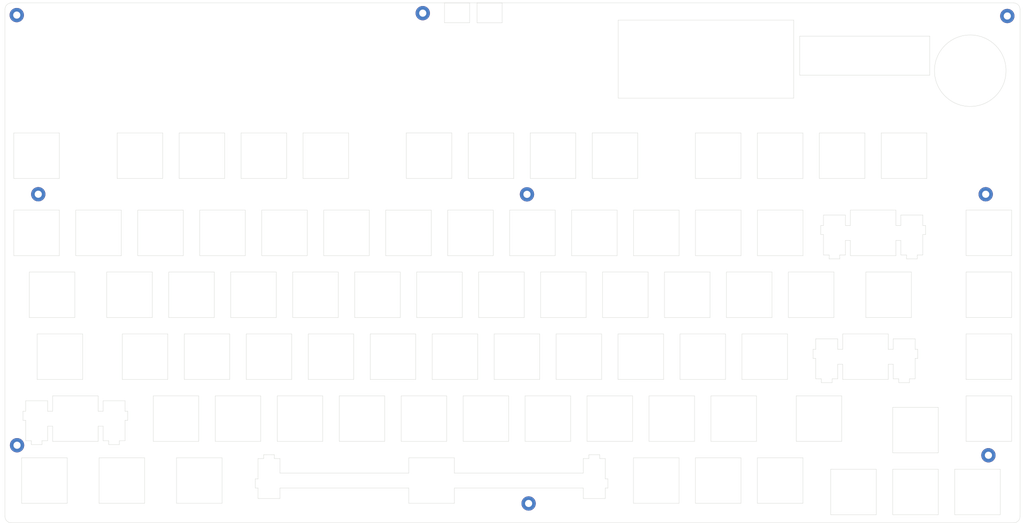
<source format=kicad_pcb>
(kicad_pcb (version 20211014) (generator pcbnew)
  (layers (0 "F.Cu" signal) (31 "B.Cu" signal) (34 "B.Paste" user) (35 "F.Paste" user) (36 "B.SilkS" user "B.Silkscreen") (37 "F.SilkS" user "F.Silkscreen") (38 "B.Mask" user) (39 "F.Mask" user) (44 "Edge.Cuts" user))
  (net 0 "")
  (footprint "MountingHole:MountingHole_2.2mm_M2_Pad" (layer "F.Cu") (at 358.005002 30.639215)
    (fp_text reference "H9")
    (fp_text value "MountingHole")
    (pad "1" thru_hole circle locked (at 0 0) (size 4.4 4.4) (drill 2.2) (layers *.Cu *.Mask))
  )
  (footprint "MountingHole:MountingHole_2.2mm_M2_Pad" (layer "F.Cu") (at 178.3 29.765)
    (fp_text reference "H9")
    (fp_text value "MountingHole")
    (pad "1" thru_hole circle locked (at 0 0) (size 4.4 4.4) (drill 2.2) (layers *.Cu *.Mask))
  )
  (footprint "MountingHole:MountingHole_2.2mm_M2_Pad" (layer "F.Cu") (at 210.340002 85.52)
    (fp_text reference "H9")
    (fp_text value "MountingHole")
    (pad "1" thru_hole circle locked (at 0 0) (size 4.4 4.4) (drill 2.2) (layers *.Cu *.Mask))
  )
  (footprint "MountingHole:MountingHole_2.2mm_M2_Pad" (layer "F.Cu") (at 53.48 30.359215)
    (fp_text reference "H9")
    (fp_text value "MountingHole")
    (pad "1" thru_hole circle locked (at 0 0) (size 4.4 4.4) (drill 2.2) (layers *.Cu *.Mask))
  )
  (footprint "MountingHole:MountingHole_2.2mm_M2_Pad" (layer "F.Cu") (at 352.2 165.815)
    (fp_text reference "H9")
    (fp_text value "MountingHole")
    (pad "1" thru_hole circle locked (at 0 0) (size 4.4 4.4) (drill 2.2) (layers *.Cu *.Mask))
  )
  (footprint "MountingHole:MountingHole_2.2mm_M2_Pad" (layer "F.Cu") (at 60.095 85.485)
    (fp_text reference "H9")
    (fp_text value "MountingHole")
    (pad "1" thru_hole circle locked (at 0 0) (size 4.4 4.4) (drill 2.2) (layers *.Cu *.Mask))
  )
  (footprint "MountingHole:MountingHole_2.2mm_M2_Pad" (layer "F.Cu") (at 351.365 85.494215)
    (fp_text reference "H9")
    (fp_text value "MountingHole")
    (pad "1" thru_hole circle locked (at 0 0) (size 4.4 4.4) (drill 2.2) (layers *.Cu *.Mask))
  )
  (footprint "MountingHole:MountingHole_2.2mm_M2_Pad" (layer "F.Cu") (at 210.84 180.645)
    (fp_text reference "H9")
    (fp_text value "MountingHole")
    (pad "1" thru_hole circle locked (at 0 0) (size 4.4 4.4) (drill 2.2) (layers *.Cu *.Mask))
  )
  (footprint "MountingHole:MountingHole_2.2mm_M2_Pad" (layer "F.Cu") (at 53.57 162.73)
    (fp_text reference "H9")
    (fp_text value "MountingHole")
    (pad "1" thru_hole circle locked (at 0 0) (size 4.4 4.4) (drill 2.2) (layers *.Cu *.Mask))
  )
  (gr_line (start 301.496001 97.8948) (end 301.496001 104.1648) (layer "Edge.Cuts") (width 0.1))
  (gr_line (start 71.355 123.45) (end 71.355 109.45) (layer "Edge.Cuts") (width 0.1))
  (gr_line (start 78.78 180.6) (end 92.78 180.6) (layer "Edge.Cuts") (width 0.1))
  (gr_line (start 61.245001 161.3198) (end 62.971001 161.3198) (layer "Edge.Cuts") (width 0.1))
  (gr_line (start 128.5 161.545) (end 128.5 147.545) (layer "Edge.Cuts") (width 0.1))
  (gr_line (start 345.33 161.54) (end 345.33 147.54) (layer "Edge.Cuts") (width 0.1))
  (gr_line (start 306.520001 105.3651) (end 306.520001 104.1648) (layer "Edge.Cuts") (width 0.1))
  (gr_line (start 81.165 123.445) (end 81.165 109.445) (layer "Edge.Cuts") (width 0.1))
  (gr_line (start 90.695 104.4) (end 90.695 90.4) (layer "Edge.Cuts") (width 0.1))
  (gr_line (start 262.13 80.625) (end 262.13 66.625) (layer "Edge.Cuts") (width 0.1))
  (gr_line (start 281.195 104.395) (end 281.195 90.395) (layer "Edge.Cuts") (width 0.1))
  (gr_line (start 152.6 161.55) (end 152.6 147.55) (layer "Edge.Cuts") (width 0.1))
  (gr_line (start 132.68 166.82567) (end 132.68 165.6254) (layer "Edge.Cuts") (width 0.1))
  (gr_line (start 332.871001 97.8948) (end 332.871001 95.096) (layer "Edge.Cuts") (width 0.1))
  (gr_line (start 325.296001 91.8658) (end 325.296001 95.096) (layer "Edge.Cuts") (width 0.1))
  (gr_line (start 281.185 180.59) (end 295.185 180.59) (layer "Edge.Cuts") (width 0.1))
  (gr_line (start 334.185 48.825) (end 294.185 48.825) (layer "Edge.Cuts") (width 0.1))
  (gr_line (start 330.486001 135.9948) (end 330.486001 133.196) (layer "Edge.Cuts") (width 0.1))
  (gr_line (start 341.835 184.09) (end 355.835 184.09) (layer "Edge.Cuts") (width 0.1))
  (gr_line (start 233.28 142.495) (end 233.28 128.495) (layer "Edge.Cuts") (width 0.1))
  (gr_line (start 219.28 142.495) (end 233.28 142.495) (layer "Edge.Cuts") (width 0.1))
  (gr_line (start 257.38 142.495) (end 257.38 128.495) (layer "Edge.Cuts") (width 0.1))
  (gr_line (start 211.35 80.615) (end 211.35 66.615) (layer "Edge.Cuts") (width 0.1))
  (gr_line (start 306.520001 104.1648) (end 308.246001 104.1648) (layer "Edge.Cuts") (width 0.1))
  (gr_line (start 190.7 161.545) (end 204.7 161.545) (layer "Edge.Cuts") (width 0.1))
  (gr_line (start 190.415 123.45) (end 190.415 109.45) (layer "Edge.Cuts") (width 0.1))
  (gr_line (start 85.645 90.395) (end 71.645 90.395) (layer "Edge.Cuts") (width 0.1))
  (gr_line (start 305.861001 129.9658) (end 299.111001 129.9658) (layer "Edge.Cuts") (width 0.1))
  (gr_line (start 166.6 161.55) (end 166.6 147.55) (layer "Edge.Cuts") (width 0.1))
  (gr_line (start 266.615 109.45) (end 252.615 109.45) (layer "Edge.Cuts") (width 0.1))
  (gr_line (start 161.85 90.395) (end 147.85 90.395) (layer "Edge.Cuts") (width 0.1))
  (gr_line (start 126.83 173.09574) (end 126.83 175.8945) (layer "Edge.Cuts") (width 0.1))
  (gr_line (start 293.095 161.54) (end 293.095 147.54) (layer "Edge.Cuts") (width 0.1))
  (gr_line (start 307.385001 128.4956) (end 307.385001 133.196) (layer "Edge.Cuts") (width 0.1))
  (gr_line (start 173.25 80.615) (end 173.25 66.615) (layer "Edge.Cuts") (width 0.1))
  (gr_line (start 214.23 142.495) (end 214.23 128.495) (layer "Edge.Cuts") (width 0.1))
  (gr_line (start 232.68 165.6254) (end 229.3794 165.6254) (layer "Edge.Cuts") (width 0.1))
  (gr_line (start 119.265 123.445) (end 119.265 109.445) (layer "Edge.Cuts") (width 0.1))
  (gr_line (start 166.9 104.4) (end 180.9 104.4) (layer "Edge.Cuts") (width 0.1))
  (gr_line (start 109.45 147.545) (end 95.45 147.545) (layer "Edge.Cuts") (width 0.1))
  (gr_line (start 257.38 142.495) (end 271.38 142.495) (layer "Edge.Cuts") (width 0.1))
  (gr_line (start 192.3 80.62) (end 192.3 66.62) (layer "Edge.Cuts") (width 0.1))
  (gr_line (start 321.385 133.196) (end 321.385 128.4956) (layer "Edge.Cuts") (width 0.1))
  (gr_line (start 247.85 161.545) (end 247.85 147.545) (layer "Edge.Cuts") (width 0.1))
  (gr_arc (start 49.855002 28.614215) (mid 50.440789 27.200001) (end 51.855003 26.614214) (layer "Edge.Cuts") (width 0.1))
  (gr_line (start 52.595 80.62) (end 52.595 66.62) (layer "Edge.Cuts") (width 0.1))
  (gr_line (start 124.03 142.495) (end 138.03 142.495) (layer "Edge.Cuts") (width 0.1))
  (gr_line (start 190.415 109.45) (end 176.415 109.45) (layer "Edge.Cuts") (width 0.1))
  (gr_line (start 95.165 123.445) (end 95.165 109.445) (layer "Edge.Cuts") (width 0.1))
  (gr_line (start 238.33 142.5) (end 238.33 128.5) (layer "Edge.Cuts") (width 0.1))
  (gr_line (start 252.615 123.45) (end 252.615 109.45) (layer "Edge.Cuts") (width 0.1))
  (gr_line (start 290.43 142.495) (end 290.43 128.495) (layer "Edge.Cuts") (width 0.1))
  (gr_line (start 359.33 128.485) (end 345.33 128.485) (layer "Edge.Cuts") (width 0.1))
  (gr_line (start 129.379 165.6254) (end 129.379 166.82567) (layer "Edge.Cuts") (width 0.1))
  (gr_line (start 329.660001 129.9658) (end 322.911001 129.9658) (layer "Edge.Cuts") (width 0.1))
  (gr_line (start 209.465 109.445) (end 195.465 109.445) (layer "Edge.Cuts") (width 0.1))
  (gr_line (start 330.320001 104.1648) (end 332.045001 104.1648) (layer "Edge.Cuts") (width 0.1))
  (gr_line (start 78.495 161.55) (end 78.495 156.8509) (layer "Edge.Cuts") (width 0.1))
  (gr_line (start 68.97 166.6) (end 54.97 166.6) (layer "Edge.Cuts") (width 0.1))
  (gr_line (start 157.365 123.445) (end 157.365 109.445) (layer "Edge.Cuts") (width 0.1))
  (gr_line (start 143.08 142.495) (end 143.08 128.495) (layer "Edge.Cuts") (width 0.1))
  (gr_line (start 334.185 36.825) (end 334.185 48.825) (layer "Edge.Cuts") (width 0.1))
  (gr_line (start 243.085 180.595) (end 243.085 166.595) (layer "Edge.Cuts") (width 0.1))
  (gr_line (start 184.98 26.615) (end 192.69 26.615) (layer "Edge.Cuts") (width 0.1))
  (gr_line (start 209.465 123.445) (end 209.465 109.445) (layer "Edge.Cuts") (width 0.1))
  (gr_line (start 345.33 161.54) (end 359.33 161.54) (layer "Edge.Cuts") (width 0.1))
  (gr_line (start 322.785 165.045) (end 336.785 165.045) (layer "Edge.Cuts") (width 0.1))
  (gr_line (start 143.08 142.495) (end 157.08 142.495) (layer "Edge.Cuts") (width 0.1))
  (gr_line (start 52.6 104.395) (end 52.6 90.395) (layer "Edge.Cuts") (width 0.1))
  (gr_line (start 262.135 180.59) (end 262.135 166.59) (layer "Edge.Cuts") (width 0.1))
  (gr_line (start 114.5 161.545) (end 114.5 147.545) (layer "Edge.Cuts") (width 0.1))
  (gr_line (start 185.65 161.545) (end 185.65 147.545) (layer "Edge.Cuts") (width 0.1))
  (gr_line (start 142.795 90.395) (end 128.795 90.395) (layer "Edge.Cuts") (width 0.1))
  (gr_line (start 257.085 166.595) (end 243.085 166.595) (layer "Edge.Cuts") (width 0.1))
  (gr_line (start 157.365 123.445) (end 171.365 123.445) (layer "Edge.Cuts") (width 0.1))
  (gr_line (start 195.465 123.445) (end 195.465 109.445) (layer "Edge.Cuts") (width 0.1))
  (gr_line (start 243.095 104.4) (end 243.095 90.4) (layer "Edge.Cuts") (width 0.1))
  (gr_line (start 332.045001 95.096) (end 332.045001 91.8658) (layer "Edge.Cuts") (width 0.1))
  (gr_line (start 117.39 80.625) (end 117.39 66.625) (layer "Edge.Cuts") (width 0.1))
  (gr_line (start 281.195 104.395) (end 295.195 104.395) (layer "Edge.Cuts") (width 0.1))
  (gr_line (start 62.971001 149.0208) (end 56.221001 149.0208) (layer "Edge.Cuts") (width 0.1))
  (gr_line (start 100.215 123.45) (end 114.215 123.45) (layer "Edge.Cuts") (width 0.1))
  (gr_line (start 303.735 184.095) (end 303.735 170.095) (layer "Edge.Cuts") (width 0.1))
  (gr_line (start 122.44 80.62) (end 136.44 80.62) (layer "Edge.Cuts") (width 0.1))
  (gr_line (start 359.325 104.385) (end 359.325 90.385) (layer "Edge.Cuts") (width 0.1))
  (gr_line (start 322.911001 137.7959) (end 322.911001 142.2648) (layer "Edge.Cuts") (width 0.1))
  (gr_line (start 174.029 180.595) (end 188.03 180.595) (layer "Edge.Cuts") (width 0.1))
  (gr_line (start 114.5 161.545) (end 128.5 161.545) (layer "Edge.Cuts") (width 0.1))
  (gr_line (start 123.745 90.395) (end 109.745 90.395) (layer "Edge.Cuts") (width 0.1))
  (gr_line (start 142.795 104.395) (end 142.795 90.395) (layer "Edge.Cuts") (width 0.1))
  (gr_line (start 99.93 128.495) (end 85.93 128.495) (layer "Edge.Cuts") (width 0.1))
  (gr_line (start 345.33 142.485) (end 359.33 142.485) (layer "Edge.Cuts") (width 0.1))
  (gr_line (start 225.35 66.615) (end 211.35 66.615) (layer "Edge.Cuts") (width 0.1))
  (gr_line (start 336.785 151.045) (end 322.785 151.045) (layer "Edge.Cuts") (width 0.1))
  (gr_line (start 359.33 109.44) (end 345.33 109.44) (layer "Edge.Cuts") (width 0.1))
  (gr_line (start 341.835 184.09) (end 341.835 170.09) (layer "Edge.Cuts") (width 0.1))
  (gr_line (start 327.021001 105.3651) (end 330.320001 105.3651) (layer "Edge.Cuts") (width 0.1))
  (gr_line (start 227.6539 171.29463) (end 188.03 171.29463) (layer "Edge.Cuts") (width 0.1))
  (gr_line (start 327.021001 104.1648) (end 327.021001 105.3651) (layer "Edge.Cuts") (width 0.1))
  (gr_line (start 62.971001 156.8509) (end 64.495001 156.8509) (layer "Edge.Cuts") (width 0.1))
  (gr_line (start 200.23 142.495) (end 200.23 128.495) (layer "Edge.Cuts") (width 0.1))
  (gr_line (start 244.4 80.615) (end 244.4 66.615) (layer "Edge.Cuts") (width 0.1))
  (gr_line (start 307.385001 137.7959) (end 307.385001 142.495) (layer "Edge.Cuts") (width 0.1))
  (gr_line (start 303.735 184.095) (end 317.735 184.095) (layer "Edge.Cuts") (width 0.1))
  (gr_line (start 211.35 80.615) (end 225.35 80.615) (layer "Edge.Cuts") (width 0.1))
  (gr_line (start 290.715 123.445) (end 304.715 123.445) (layer "Edge.Cuts") (width 0.1))
  (gr_line (start 355.835 184.09) (end 355.835 170.09) (layer "Edge.Cuts") (width 0.1))
  (gr_line (start 257.095 90.4) (end 243.095 90.4) (layer "Edge.Cuts") (width 0.1))
  (gr_arc (start 361.925002 184.615001) (mid 361.339215 186.029215) (end 359.925001 186.615002) (layer "Edge.Cuts") (width 0.1))
  (gr_line (start 301.496001 91.8658) (end 301.496001 95.096) (layer "Edge.Cuts") (width 0.1))
  (gr_line (start 127.654 166.82567) (end 127.654 173.09574) (layer "Edge.Cuts") (width 0.1))
  (gr_line (start 261.85 161.545) (end 261.85 147.545) (layer "Edge.Cuts") (width 0.1))
  (gr_line (start 234.405 166.82567) (end 232.68 166.82567) (layer "Edge.Cuts") (width 0.1))
  (gr_line (start 235.2291 173.09574) (end 234.405 173.09574) (layer "Edge.Cuts") (width 0.1))
  (gr_line (start 266.9 161.545) (end 280.9 161.545) (layer "Edge.Cuts") (width 0.1))
  (gr_line (start 205 104.395) (end 205 90.395) (layer "Edge.Cuts") (width 0.1))
  (gr_line (start 117.39 66.625) (end 103.39 66.625) (layer "Edge.Cuts") (width 0.1))
  (gr_line (start 199.95 104.395) (end 199.95 90.395) (layer "Edge.Cuts") (width 0.1))
  (gr_line (start 56.221001 149.0208) (end 56.221001 152.251) (layer "Edge.Cuts") (width 0.1))
  (gr_line (start 86.770001 152.251) (end 86.770001 149.0208) (layer "Edge.Cuts") (width 0.1))
  (gr_line (start 133.265 123.445) (end 133.265 109.445) (layer "Edge.Cuts") (width 0.1))
  (gr_line (start 173.25 80.615) (end 187.25 80.615) (layer "Edge.Cuts") (width 0.1))
  (gr_line (start 322.911001 133.196) (end 321.385 133.196) (layer "Edge.Cuts") (width 0.1))
  (gr_line (start 295.185 180.59) (end 295.185 166.59) (layer "Edge.Cuts") (width 0.1))
  (gr_line (start 185.65 147.545) (end 171.65 147.545) (layer "Edge.Cuts") (width 0.1))
  (gr_line (start 86.770001 155.0498) (end 87.596001 155.0498) (layer "Edge.Cuts") (width 0.1))
  (gr_line (start 95.45 161.545) (end 109.45 161.545) (layer "Edge.Cuts") (width 0.1))
  (gr_line (start 204.7 147.545) (end 190.7 147.545) (layer "Edge.Cuts") (width 0.1))
  (gr_line (start 185.95 104.395) (end 199.95 104.395) (layer "Edge.Cuts") (width 0.1))
  (gr_line (start 332.045001 91.8658) (end 325.296001 91.8658) (layer "Edge.Cuts") (width 0.1))
  (gr_line (start 84.34 80.62) (end 84.34 66.62) (layer "Edge.Cuts") (width 0.1))
  (gr_line (start 181.18 142.495) (end 181.18 128.495) (layer "Edge.Cuts") (width 0.1))
  (gr_line (start 345.33 123.44) (end 359.33 123.44) (layer "Edge.Cuts") (width 0.1))
  (gr_line (start 78.495 147.5506) (end 64.495001 147.5506) (layer "Edge.Cuts") (width 0.1))
  (gr_line (start 85.645 104.395) (end 85.645 90.395) (layer "Edge.Cuts") (width 0.1))
  (gr_line (start 301.496001 104.1648) (end 303.221001 104.1648) (layer "Edge.Cuts") (width 0.1))
  (gr_line (start 174.029 175.8945) (end 174.029 180.595) (layer "Edge.Cuts") (width 0.1))
  (gr_line (start 328.535 109.44) (end 314.535 109.44) (layer "Edge.Cuts") (width 0.1))
  (gr_arc (start 359.925001 26.614214) (mid 361.339215 27.200001) (end 361.925002 28.614215) (layer "Edge.Cuts") (width 0.1))
  (gr_line (start 80.021001 161.3198) (end 81.746001 161.3198) (layer "Edge.Cuts") (width 0.1))
  (gr_line (start 359.33 147.54) (end 345.33 147.54) (layer "Edge.Cuts") (width 0.1))
  (gr_line (start 174.029 171.29463) (end 134.405 171.29463) (layer "Edge.Cuts") (width 0.1))
  (gr_line (start 171.365 109.445) (end 157.365 109.445) (layer "Edge.Cuts") (width 0.1))
  (gr_line (start 171.65 161.545) (end 185.65 161.545) (layer "Edge.Cuts") (width 0.1))
  (gr_line (start 333.28 66.625) (end 319.28 66.625) (layer "Edge.Cuts") (width 0.1))
  (gr_line (start 192.3 80.62) (end 206.3 80.62) (layer "Edge.Cuts") (width 0.1))
  (gr_line (start 187.25 80.615) (end 187.25 66.615) (layer "Edge.Cuts") (width 0.1))
  (gr_line (start 103.39 80.625) (end 103.39 66.625) (layer "Edge.Cuts") (width 0.1))
  (gr_line (start 133.265 109.445) (end 119.265 109.445) (layer "Edge.Cuts") (width 0.1))
  (gr_line (start 252.33 142.5) (end 252.33 128.5) (layer "Edge.Cuts") (width 0.1))
  (gr_line (start 100.215 123.45) (end 100.215 109.45) (layer "Edge.Cuts") (width 0.1))
  (gr_line (start 114.215 109.45) (end 100.215 109.45) (layer "Edge.Cuts") (width 0.1))
  (gr_line (start 57.946001 161.3198) (end 57.946001 162.5201) (layer "Edge.Cuts") (width 0.1))
  (gr_line (start 252.33 128.5) (end 238.33 128.5) (layer "Edge.Cuts") (width 0.1))
  (gr_line (start 300.836001 143.4651) (end 304.135001 143.4651) (layer "Edge.Cuts") (width 0.1))
  (gr_line (start 195.18 128.495) (end 181.18 128.495) (layer "Edge.Cuts") (width 0.1))
  (gr_line (start 162.13 142.5) (end 162.13 128.5) (layer "Edge.Cuts") (width 0.1))
  (gr_line (start 276.135 180.59) (end 276.135 166.59) (layer "Edge.Cuts") (width 0.1))
  (gr_line (start 81.746001 161.3198) (end 81.746001 162.5201) (layer "Edge.Cuts") (width 0.1))
  (gr_line (start 238.355 31.89) (end 292.355 31.89) (layer "Edge.Cuts") (width 0.1))
  (gr_line (start 147.85 104.395) (end 147.85 90.395) (layer "Edge.Cuts") (width 0.1))
  (gr_line (start 262.145 104.395) (end 276.145 104.395) (layer "Edge.Cuts") (width 0.1))
  (gr_line (start 102.595 180.595) (end 102.595 166.595) (layer "Edge.Cuts") (width 0.1))
  (gr_line (start 280.9 147.545) (end 266.9 147.545) (layer "Edge.Cuts") (width 0.1))
  (gr_line (start 85.93 142.495) (end 99.93 142.495) (layer "Edge.Cuts") (width 0.1))
  (gr_line (start 223.75 147.545) (end 209.75 147.545) (layer "Edge.Cuts") (width 0.1))
  (gr_arc (start 51.855002 186.615002) (mid 50.440788 186.029215) (end 49.855001 184.615001) (layer "Edge.Cuts") (width 0.1))
  (gr_line (start 281.185 180.59) (end 281.185 166.59) (layer "Edge.Cuts") (width 0.1))
  (gr_line (start 324.636001 142.2648) (end 324.636001 143.4651) (layer "Edge.Cuts") (width 0.1))
  (gr_line (start 194.985 26.625) (end 202.685 26.625) (layer "Edge.Cuts") (width 0.1))
  (gr_line (start 66.595 66.62) (end 52.595 66.62) (layer "Edge.Cuts") (width 0.1))
  (gr_line (start 355.835 170.09) (end 341.835 170.09) (layer "Edge.Cuts") (width 0.1))
  (gr_line (start 80.021001 149.0208) (end 80.021001 152.251) (layer "Edge.Cuts") (width 0.1))
  (gr_line (start 219 90.395) (end 205 90.395) (layer "Edge.Cuts") (width 0.1))
  (gr_line (start 127.654 179.1247) (end 134.405 179.1247) (layer "Edge.Cuts") (width 0.1))
  (gr_line (start 235.2291 175.8945) (end 235.2291 173.09574) (layer "Edge.Cuts") (width 0.1))
  (gr_line (start 180.9 90.4) (end 166.9 90.4) (layer "Edge.Cuts") (width 0.1))
  (gr_line (start 266.9 161.545) (end 266.9 147.545) (layer "Edge.Cuts") (width 0.1))
  (gr_line (start 309.770001 90.3956) (end 309.770001 95.096) (layer "Edge.Cuts") (width 0.1))
  (gr_line (start 299.111001 129.9658) (end 299.111001 133.196) (layer "Edge.Cuts") (width 0.1))
  (gr_line (start 138.03 128.495) (end 124.03 128.495) (layer "Edge.Cuts") (width 0.1))
  (gr_line (start 300.836001 142.2648) (end 300.836001 143.4651) (layer "Edge.Cuts") (width 0.1))
  (gr_line (start 224.045 104.395) (end 238.045 104.395) (layer "Edge.Cuts") (width 0.1))
  (gr_line (start 247.565 123.445) (end 247.565 109.445) (layer "Edge.Cuts") (width 0.1))
  (gr_line (start 317.735 184.095) (end 317.735 170.095) (layer "Edge.Cuts") (width 0.1))
  (gr_line (start 229.3794 166.82567) (end 227.6539 166.82567) (layer "Edge.Cuts") (width 0.1))
  (gr_line (start 57.355 123.45) (end 57.355 109.45) (layer "Edge.Cuts") (width 0.1))
  (gr_line (start 314.23 80.625) (end 314.23 66.625) (layer "Edge.Cuts") (width 0.1))
  (gr_line (start 345.325 104.385) (end 359.325 104.385) (layer "Edge.Cuts") (width 0.1))
  (gr_line (start 155.49 66.62) (end 141.49 66.62) (layer "Edge.Cuts") (width 0.1))
  (gr_line (start 195.465 123.445) (end 209.465 123.445) (layer "Edge.Cuts") (width 0.1))
  (gr_line (start 304.135001 143.4651) (end 304.135001 142.2648) (layer "Edge.Cuts") (width 0.1))
  (gr_line (start 190.7 161.545) (end 190.7 147.545) (layer "Edge.Cuts") (width 0.1))
  (gr_line (start 206.3 66.62) (end 192.3 66.62) (layer "Edge.Cuts") (width 0.1))
  (gr_line (start 202.685 26.625) (end 202.685 32.745) (layer "Edge.Cuts") (width 0.1))
  (gr_line (start 51.855003 26.614214) (end 359.925001 26.614214) (layer "Edge.Cuts") (width 0.1))
  (gr_line (start 209.75 161.545) (end 209.75 147.545) (layer "Edge.Cuts") (width 0.1))
  (gr_line (start 84.34 80.62) (end 98.34 80.62) (layer "Edge.Cuts") (width 0.1))
  (gr_line (start 98.34 80.62) (end 98.34 66.62) (layer "Edge.Cuts") (width 0.1))
  (gr_line (start 176.13 142.5) (end 176.13 128.5) (layer "Edge.Cuts") (width 0.1))
  (gr_line (start 359.925001 186.615002) (end 51.855002 186.615002) (layer "Edge.Cuts") (width 0.1))
  (gr_line (start 123.745 104.395) (end 123.745 90.395) (layer "Edge.Cuts") (width 0.1))
  (gr_line (start 328.535 123.44) (end 328.535 109.44) (layer "Edge.Cuts") (width 0.1))
  (gr_line (start 128.795 104.395) (end 142.795 104.395) (layer "Edge.Cuts") (width 0.1))
  (gr_line (start 184.98 32.735) (end 184.98 26.615) (layer "Edge.Cuts") (width 0.1))
  (gr_line (start 64.495001 156.8509) (end 64.495001 161.55) (layer "Edge.Cuts") (width 0.1))
  (gr_line (start 92.78 180.6) (end 92.78 166.6) (layer "Edge.Cuts") (width 0.1))
  (gr_line (start 244.4 66.615) (end 230.4 66.615) (layer "Edge.Cuts") (width 0.1))
  (gr_line (start 298.285001 135.9948) (end 299.111001 135.9948) (layer "Edge.Cuts") (width 0.1))
  (gr_line (start 227.6539 179.1247) (end 234.405 179.1247) (layer "Edge.Cuts") (width 0.1))
  (gr_line (start 127.654 173.09574) (end 126.83 173.09574) (layer "Edge.Cuts") (width 0.1))
  (gr_line (start 285.665 109.445) (end 271.665 109.445) (layer "Edge.Cuts") (width 0.1))
  (gr_line (start 295.185 166.59) (end 281.185 166.59) (layer "Edge.Cuts") (width 0.1))
  (gr_line (start 303.221001 105.3651) (end 306.520001 105.3651) (layer "Edge.Cuts") (width 0.1))
  (gr_line (start 116.595 166.595) (end 102.595 166.595) (layer "Edge.Cuts") (width 0.1))
  (gr_line (start 71.645 104.395) (end 71.645 90.395) (layer "Edge.Cuts") (width 0.1))
  (gr_line (start 181.18 142.495) (end 195.18 142.495) (layer "Edge.Cuts") (width 0.1))
  (gr_line (start 276.43 142.495) (end 290.43 142.495) (layer "Edge.Cuts") (width 0.1))
  (gr_line (start 323.77 99.6959) (end 325.296001 99.6959) (layer "Edge.Cuts") (width 0.1))
  (gr_line (start 73.735 142.495) (end 73.735 128.495) (layer "Edge.Cuts") (width 0.1))
  (gr_line (start 294.185 36.825) (end 334.185 36.825) (layer "Edge.Cuts") (width 0.1))
  (gr_line (start 99.93 142.495) (end 99.93 128.495) (layer "Edge.Cuts") (width 0.1))
  (gr_line (start 305.861001 133.196) (end 305.861001 129.9658) (layer "Edge.Cuts") (width 0.1))
  (gr_line (start 134.405 166.82567) (end 132.68 166.82567) (layer "Edge.Cuts") (width 0.1))
  (gr_line (start 332.871001 95.096) (end 332.045001 95.096) (layer "Edge.Cuts") (width 0.1))
  (gr_line (start 209.75 161.545) (end 223.75 161.545) (layer "Edge.Cuts") (width 0.1))
  (gr_line (start 141.49 80.62) (end 141.49 66.62) (layer "Edge.Cuts") (width 0.1))
  (gr_line (start 281.18 80.63) (end 281.18 66.63) (layer "Edge.Cuts") (width 0.1))
  (gr_line (start 59.735 142.495) (end 59.735 128.495) (layer "Edge.Cuts") (width 0.1))
  (gr_line (start 238.045 90.395) (end 224.045 90.395) (layer "Edge.Cuts") (width 0.1))
  (gr_line (start 104.695 90.4) (end 90.695 90.4) (layer "Edge.Cuts") (width 0.1))
  (gr_line (start 132.68 165.6254) (end 129.379 165.6254) (layer "Edge.Cuts") (width 0.1))
  (gr_line (start 195.18 142.495) (end 195.18 128.495) (layer "Edge.Cuts") (width 0.1))
  (gr_line (start 300.670001 97.8948) (end 301.496001 97.8948) (layer "Edge.Cuts") (width 0.1))
  (gr_line (start 194.985 26.625) (end 194.985 32.745) (layer "Edge.Cuts") (width 0.1))
  (gr_line (start 228.515 109.445) (end 214.515 109.445) (layer "Edge.Cuts") (width 0.1))
  (gr_line (start 303.221001 104.1648) (end 303.221001 105.3651) (layer "Edge.Cuts") (width 0.1))
  (gr_line (start 322.785 184.09) (end 336.785 184.09) (layer "Edge.Cuts") (width 0.1))
  (gr_line (start 49.855001 184.615001) (end 49.855001 28.614215) (layer "Edge.Cuts") (width 0.1))
  (gr_line (start 309.770001 95.096) (end 308.246001 95.096) (layer "Edge.Cuts") (width 0.1))
  (gr_line (start 147.55 147.545) (end 133.55 147.545) (layer "Edge.Cuts") (width 0.1))
  (gr_line (start 127.654 175.8945) (end 127.654 179.1247) (layer "Edge.Cuts") (width 0.1))
  (gr_line (start 86.770001 149.0208) (end 80.021001 149.0208) (layer "Edge.Cuts") (width 0.1))
  (gr_line (start 295.18 80.63) (end 295.18 66.63) (layer "Edge.Cuts") (width 0.1))
  (gr_line (start 73.735 128.495) (end 59.735 128.495) (layer "Edge.Cuts") (width 0.1))
  (gr_line (start 300.670001 95.096) (end 300.670001 97.8948) (layer "Edge.Cuts") (width 0.1))
  (gr_line (start 204.7 161.545) (end 204.7 147.545) (layer "Edge.Cuts") (width 0.1))
  (gr_line (start 329.660001 135.9948) (end 330.486001 135.9948) (layer "Edge.Cuts") (width 0.1))
  (gr_line (start 308.246001 104.1648) (end 308.246001 99.6959) (layer "Edge.Cuts") (width 0.1))
  (gr_line (start 323.77 90.3956) (end 309.770001 90.3956) (layer "Edge.Cuts") (width 0.1))
  (gr_line (start 126.83 175.8945) (end 127.654 175.8945) (layer "Edge.Cuts") (width 0.1))
  (gr_line (start 133.55 161.545) (end 133.55 147.545) (layer "Edge.Cuts") (width 0.1))
  (gr_line (start 336.785 184.09) (end 336.785 170.09) (layer "Edge.Cuts") (width 0.1))
  (gr_line (start 271.38 128.495) (end 257.38 128.495) (layer "Edge.Cuts") (width 0.1))
  (gr_line (start 85.93 142.495) (end 85.93 128.495) (layer "Edge.Cuts") (width 0.1))
  (gr_line (start 124.03 142.495) (end 124.03 128.495) (layer "Edge.Cuts") (width 0.1))
  (gr_line (start 307.095 147.54) (end 293.095 147.54) (layer "Edge.Cuts") (width 0.1))
  (gr_line (start 176.415 123.45) (end 176.415 109.45) (layer "Edge.Cuts") (width 0.1))
  (gr_line (start 325.296001 95.096) (end 323.77 95.096) (layer "Edge.Cuts") (width 0.1))
  (gr_line (start 155.49 80.62) (end 155.49 66.62) (layer "Edge.Cuts") (width 0.1))
  (gr_line (start 329.660001 142.2648) (end 329.660001 135.9948) (layer "Edge.Cuts") (width 0.1))
  (gr_line (start 294.185 48.825) (end 294.185 36.825) (layer "Edge.Cuts") (width 0.1))
  (gr_line (start 56.221001 152.251) (end 55.395001 152.251) (layer "Edge.Cuts") (width 0.1))
  (gr_line (start 295.195 90.395) (end 281.195 90.395) (layer "Edge.Cuts") (width 0.1))
  (gr_line (start 228.8 161.55) (end 228.8 147.55) (layer "Edge.Cuts") (width 0.1))
  (gr_line (start 104.695 104.4) (end 104.695 90.4) (layer "Edge.Cuts") (width 0.1))
  (gr_line (start 307.095 161.54) (end 307.095 147.54) (layer "Edge.Cuts") (width 0.1))
  (gr_line (start 323.77 95.096) (end 323.77 90.3956) (layer "Edge.Cuts") (width 0.1))
  (gr_line (start 228.515 123.445) (end 228.515 109.445) (layer "Edge.Cuts") (width 0.1))
  (gr_line (start 227.6539 175.8945) (end 227.6539 179.1247) (layer "Edge.Cuts") (width 0.1))
  (gr_line (start 184.98 32.735) (end 192.69 32.735) (layer "Edge.Cuts") (width 0.1))
  (gr_line (start 219 104.395) (end 219 90.395) (layer "Edge.Cuts") (width 0.1))
  (gr_line (start 228.8 161.55) (end 242.8 161.55) (layer "Edge.Cuts") (width 0.1))
  (gr_line (start 292.355 31.89) (end 292.355 55.89) (layer "Edge.Cuts") (width 0.1))
  (gr_line (start 234.405 175.8945) (end 235.2291 175.8945) (layer "Edge.Cuts") (width 0.1))
  (gr_line (start 261.85 147.545) (end 247.85 147.545) (layer "Edge.Cuts") (width 0.1))
  (gr_line (start 233.565 123.445) (end 233.565 109.445) (layer "Edge.Cuts") (width 0.1))
  (gr_line (start 54.97 180.6) (end 68.97 180.6) (layer "Edge.Cuts") (width 0.1))
  (gr_line (start 166.9 104.4) (end 166.9 90.4) (layer "Edge.Cuts") (width 0.1))
  (gr_line (start 57.946001 162.5201) (end 61.245001 162.5201) (layer "Edge.Cuts") (width 0.1))
  (gr_line (start 229.3794 165.6254) (end 229.3794 166.82567) (layer "Edge.Cuts") (width 0.1))
  (gr_line (start 276.135 166.59) (end 262.135 166.59) (layer "Edge.Cuts") (width 0.1))
  (gr_line (start 199.95 90.395) (end 185.95 90.395) (layer "Edge.Cuts") (width 0.1))
  (gr_line (start 295.18 66.63) (end 281.18 66.63) (layer "Edge.Cuts") (width 0.1))
  (gr_line (start 333.28 80.625) (end 333.28 66.625) (layer "Edge.Cuts") (width 0.1))
  (gr_line (start 322.911001 129.9658) (end 322.911001 133.196) (layer "Edge.Cuts") (width 0.1))
  (gr_line (start 233.28 128.495) (end 219.28 128.495) (layer "Edge.Cuts") (width 0.1))
  (gr_line (start 171.65 161.545) (end 171.65 147.545) (layer "Edge.Cuts") (width 0.1))
  (gr_line (start 52.595 80.62) (end 66.595 80.62) (layer "Edge.Cuts") (width 0.1))
  (gr_line (start 321.385 128.4956) (end 307.385001 128.4956) (layer "Edge.Cuts") (width 0.1))
  (gr_line (start 336.785 170.09) (end 322.785 170.09) (layer "Edge.Cuts") (width 0.1))
  (gr_line (start 322.911001 142.2648) (end 324.636001 142.2648) (layer "Edge.Cuts") (width 0.1))
  (gr_line (start 109.45 161.545) (end 109.45 147.545) (layer "Edge.Cuts") (width 0.1))
  (gr_line (start 298.285001 133.196) (end 298.285001 135.9948) (layer "Edge.Cuts") (width 0.1))
  (gr_line (start 299.111001 142.2648) (end 300.836001 142.2648) (layer "Edge.Cuts") (width 0.1))
  (gr_line (start 152.315 109.445) (end 138.315 109.445) (layer "Edge.Cuts") (width 0.1))
  (gr_line (start 81.165 123.445) (end 95.165 123.445) (layer "Edge.Cuts") (width 0.1))
  (gr_line (start 194.985 32.745) (end 202.685 32.745) (layer "Edge.Cuts") (width 0.1))
  (gr_line (start 345.33 123.44) (end 345.33 109.44) (layer "Edge.Cuts") (width 0.1))
  (gr_line (start 271.665 123.445) (end 285.665 123.445) (layer "Edge.Cuts") (width 0.1))
  (gr_line (start 78.495 152.251) (end 78.495 147.5506) (layer "Edge.Cuts") (width 0.1))
  (gr_line (start 141.49 80.62) (end 155.49 80.62) (layer "Edge.Cuts") (width 0.1))
  (gr_line (start 242.8 147.55) (end 228.8 147.55) (layer "Edge.Cuts") (width 0.1))
  (gr_line (start 319.28 80.625) (end 333.28 80.625) (layer "Edge.Cuts") (width 0.1))
  (gr_line (start 238.355 55.89) (end 238.355 31.89) (layer "Edge.Cuts") (width 0.1))
  (gr_line (start 321.385 142.495) (end 321.385 137.7959) (layer "Edge.Cuts") (width 0.1))
  (gr_line (start 134.405 175.8945) (end 174.029 175.8945) (layer "Edge.Cuts") (width 0.1))
  (gr_line (start 257.085 180.595) (end 257.085 166.595) (layer "Edge.Cuts") (width 0.1))
  (gr_line (start 133.55 161.545) (end 147.55 161.545) (layer "Edge.Cuts") (width 0.1))
  (gr_line (start 206.3 80.62) (end 206.3 66.62) (layer "Edge.Cuts") (width 0.1))
  (gr_line (start 95.165 109.445) (end 81.165 109.445) (layer "Edge.Cuts") (width 0.1))
  (gr_line (start 234.405 173.09574) (end 234.405 166.82567) (layer "Edge.Cuts") (width 0.1))
  (gr_line (start 56.221001 155.0498) (end 56.221001 161.3198) (layer "Edge.Cuts") (width 0.1))
  (gr_line (start 299.111001 135.9948) (end 299.111001 142.2648) (layer "Edge.Cuts") (width 0.1))
  (gr_line (start 85.045001 162.5201) (end 85.045001 161.3198) (layer "Edge.Cuts") (width 0.1))
  (gr_line (start 128.5 147.545) (end 114.5 147.545) (layer "Edge.Cuts") (width 0.1))
  (gr_line (start 281.18 80.63) (end 295.18 80.63) (layer "Edge.Cuts") (width 0.1))
  (gr_line (start 309.770001 99.6959) (end 309.770001 104.395) (layer "Edge.Cuts") (width 0.1))
  (gr_line (start 147.85 104.395) (end 161.85 104.395) (layer "Edge.Cuts") (width 0.1))
  (gr_line (start 56.221001 161.3198) (end 57.946001 161.3198) (layer "Edge.Cuts") (width 0.1))
  (gr_line (start 104.98 142.495) (end 104.98 128.495) (layer "Edge.Cuts") (width 0.1))
  (gr_line (start 262.145 104.395) (end 262.145 90.395) (layer "Edge.Cuts") (width 0.1))
  (gr_line (start 64.495001 161.55) (end 78.495 161.55) (layer "Edge.Cuts") (width 0.1))
  (gr_line (start 138.03 142.495) (end 138.03 128.495) (layer "Edge.Cuts") (width 0.1))
  (gr_line (start 299.111001 133.196) (end 298.285001 133.196) (layer "Edge.Cuts") (width 0.1))
  (gr_line (start 266.615 123.45) (end 266.615 109.45) (layer "Edge.Cuts") (width 0.1))
  (gr_line (start 359.33 161.54) (end 359.33 147.54) (layer "Edge.Cuts") (width 0.1))
  (gr_line (start 304.135001 142.2648) (end 305.861001 142.2648) (layer "Edge.Cuts") (width 0.1))
  (gr_line (start 242.8 161.55) (end 242.8 147.55) (layer "Edge.Cuts") (width 0.1))
  (gr_line (start 185.95 104.395) (end 185.95 90.395) (layer "Edge.Cuts") (width 0.1))
  (gr_line (start 62.971001 161.3198) (end 62.971001 156.8509) (layer "Edge.Cuts") (width 0.1))
  (gr_line (start 64.495001 152.251) (end 62.971001 152.251) (layer "Edge.Cuts") (width 0.1))
  (gr_line (start 293.095 161.54) (end 307.095 161.54) (layer "Edge.Cuts") (width 0.1))
  (gr_line (start 78.78 180.6) (end 78.78 166.6) (layer "Edge.Cuts") (width 0.1))
  (gr_line (start 98.34 66.62) (end 84.34 66.62) (layer "Edge.Cuts") (width 0.1))
  (gr_line (start 136.44 66.62) (end 122.44 66.62) (layer "Edge.Cuts") (width 0.1))
  (gr_line (start 134.405 171.29463) (end 134.405 166.82567) (layer "Edge.Cuts") (width 0.1))
  (gr_line (start 304.715 123.445) (end 304.715 109.445) (layer "Edge.Cuts") (width 0.1))
  (gr_line (start 90.695 104.4) (end 104.695 104.4) (layer "Edge.Cuts") (width 0.1))
  (gr_line (start 300.23 80.625) (end 314.23 80.625) (layer "Edge.Cuts") (width 0.1))
  (gr_line (start 330.486001 133.196) (end 329.660001 133.196) (layer "Edge.Cuts") (width 0.1))
  (gr_line (start 305.861001 142.2648) (end 305.861001 137.7959) (layer "Edge.Cuts") (width 0.1))
  (gr_line (start 188.03 180.595) (end 188.03 175.8945) (layer "Edge.Cuts") (width 0.1))
  (gr_line (start 359.33 123.44) (end 359.33 109.44) (layer "Edge.Cuts") (width 0.1))
  (gr_line (start 300.23 80.625) (end 300.23 66.625) (layer "Edge.Cuts") (width 0.1))
  (gr_line (start 309.770001 104.395) (end 323.77 104.395) (layer "Edge.Cuts") (width 0.1))
  (gr_line (start 307.385001 142.495) (end 321.385 142.495) (layer "Edge.Cuts") (width 0.1))
  (gr_line (start 219.28 142.495) (end 219.28 128.495) (layer "Edge.Cuts") (width 0.1))
  (gr_line (start 71.355 109.45) (end 57.355 109.45) (layer "Edge.Cuts") (width 0.1))
  (gr_line (start 118.98 142.495) (end 118.98 128.495) (layer "Edge.Cuts") (width 0.1))
  (gr_line (start 304.715 109.445) (end 290.715 109.445) (layer "Edge.Cuts") (width 0.1))
  (gr_line (start 325.296001 99.6959) (end 325.296001 104.1648) (layer "Edge.Cuts") (width 0.1))
  (gr_line (start 276.13 66.625) (end 262.13 66.625) (layer "Edge.Cuts") (width 0.1))
  (gr_line (start 71.645 104.395) (end 85.645 104.395) (layer "Edge.Cuts") (width 0.1))
  (gr_line (start 225.35 80.615) (end 225.35 66.615) (layer "Edge.Cuts") (width 0.1))
  (gr_line (start 114.215 123.45) (end 114.215 109.45) (layer "Edge.Cuts") (width 0.1))
  (gr_line (start 166.6 147.55) (end 152.6 147.55) (layer "Edge.Cuts") (width 0.1))
  (gr_line (start 54.97 180.6) (end 54.97 166.6) (layer "Edge.Cuts") (width 0.1))
  (gr_line (start 176.13 128.5) (end 162.13 128.5) (layer "Edge.Cuts") (width 0.1))
  (gr_line (start 147.55 161.545) (end 147.55 147.545) (layer "Edge.Cuts") (width 0.1))
  (gr_line (start 128.795 104.395) (end 128.795 90.395) (layer "Edge.Cuts") (width 0.1))
  (gr_line (start 327.935001 143.4651) (end 327.935001 142.2648) (layer "Edge.Cuts") (width 0.1))
  (gr_line (start 214.515 123.445) (end 228.515 123.445) (layer "Edge.Cuts") (width 0.1))
  (gr_line (start 85.045001 161.3198) (end 86.770001 161.3198) (layer "Edge.Cuts") (width 0.1))
  (gr_line (start 324.636001 143.4651) (end 327.935001 143.4651) (layer "Edge.Cuts") (width 0.1))
  (gr_line (start 55.395001 152.251) (end 55.395001 155.0498) (layer "Edge.Cuts") (width 0.1))
  (gr_line (start 238.33 142.5) (end 252.33 142.5) (layer "Edge.Cuts") (width 0.1))
  (gr_line (start 262.135 180.59) (end 276.135 180.59) (layer "Edge.Cuts") (width 0.1))
  (gr_line (start 292.355 55.89) (end 238.355 55.89) (layer "Edge.Cuts") (width 0.1))
  (gr_line (start 157.08 142.495) (end 157.08 128.495) (layer "Edge.Cuts") (width 0.1))
  (gr_line (start 361.925002 28.614215) (end 361.925002 184.615001) (layer "Edge.Cuts") (width 0.1))
  (gr_line (start 86.770001 161.3198) (end 86.770001 155.0498) (layer "Edge.Cuts") (width 0.1))
  (gr_line (start 233.565 123.445) (end 247.565 123.445) (layer "Edge.Cuts") (width 0.1))
  (gr_line (start 81.746001 162.5201) (end 85.045001 162.5201) (layer "Edge.Cuts") (width 0.1))
  (gr_line (start 247.85 161.545) (end 261.85 161.545) (layer "Edge.Cuts") (width 0.1))
  (gr_line (start 62.971001 152.251) (end 62.971001 149.0208) (layer "Edge.Cuts") (width 0.1))
  (gr_line (start 224.045 104.395) (end 224.045 90.395) (layer "Edge.Cuts") (width 0.1))
  (gr_line (start 308.246001 99.6959) (end 309.770001 99.6959) (layer "Edge.Cuts") (width 0.1))
  (gr_line (start 102.595 180.595) (end 116.595 180.595) (layer "Edge.Cuts") (width 0.1))
  (gr_line (start 59.735 142.495) (end 73.735 142.495) (layer "Edge.Cuts") (width 0.1))
  (gr_line (start 162.13 142.5) (end 176.13 142.5) (layer "Edge.Cuts") (width 0.1))
  (gr_line (start 55.395001 155.0498) (end 56.221001 155.0498) (layer "Edge.Cuts") (width 0.1))
  (gr_line (start 227.6539 166.82567) (end 227.6539 171.29463) (layer "Edge.Cuts") (width 0.1))
  (gr_line (start 319.28 80.625) (end 319.28 66.625) (layer "Edge.Cuts") (width 0.1))
  (gr_line (start 214.23 128.495) (end 200.23 128.495) (layer "Edge.Cuts") (width 0.1))
  (gr_line (start 161.85 104.395) (end 161.85 90.395) (layer "Edge.Cuts") (width 0.1))
  (gr_line (start 345.325 104.385) (end 345.325 90.385) (layer "Edge.Cuts") (width 0.1))
  (gr_line (start 308.246001 91.8658) (end 301.496001 91.8658) (layer "Edge.Cuts") (width 0.1))
  (gr_line (start 238.045 104.395) (end 238.045 90.395) (layer "Edge.Cuts") (width 0.1))
  (gr_line (start 327.935001 142.2648) (end 329.660001 142.2648) (layer "Edge.Cuts") (width 0.1))
  (gr_line (start 322.785 165.045) (end 322.785 151.045) (layer "Edge.Cuts") (width 0.1))
  (gr_line (start 68.97 180.6) (end 68.97 166.6) (layer "Edge.Cuts") (width 0.1))
  (gr_line (start 152.315 123.445) (end 152.315 109.445) (layer "Edge.Cuts") (width 0.1))
  (gr_line (start 359.325 90.385) (end 345.325 90.385) (layer "Edge.Cuts") (width 0.1))
  (gr_line (start 87.596001 152.251) (end 86.770001 152.251) (layer "Edge.Cuts") (width 0.1))
  (gr_line (start 276.145 104.395) (end 276.145 90.395) (layer "Edge.Cuts") (width 0.1))
  (gr_line (start 152.6 161.55) (end 166.6 161.55) (layer "Edge.Cuts") (width 0.1))
  (gr_line (start 92.78 166.6) (end 78.78 166.6) (layer "Edge.Cuts") (width 0.1))
  (gr_line (start 214.515 123.445) (end 214.515 109.445) (layer "Edge.Cuts") (width 0.1))
  (gr_line (start 80.021001 156.8509) (end 80.021001 161.3198) (layer "Edge.Cuts") (width 0.1))
  (gr_line (start 104.98 142.495) (end 118.98 142.495) (layer "Edge.Cuts") (width 0.1))
  (gr_line (start 205 104.395) (end 219 104.395) (layer "Edge.Cuts") (width 0.1))
  (gr_line (start 116.595 180.595) (end 116.595 166.595) (layer "Edge.Cuts") (width 0.1))
  (gr_line (start 314.23 66.625) (end 300.23 66.625) (layer "Edge.Cuts") (width 0.1))
  (gr_line (start 308.246001 95.096) (end 308.246001 91.8658) (layer "Edge.Cuts") (width 0.1))
  (gr_line (start 180.9 104.4) (end 180.9 90.4) (layer "Edge.Cuts") (width 0.1))
  (gr_line (start 232.68 166.82567) (end 232.68 165.6254) (layer "Edge.Cuts") (width 0.1))
  (gr_line (start 188.03 166.59554) (end 174.029 166.59554) (layer "Edge.Cuts") (width 0.1))
  (gr_line (start 243.085 180.595) (end 257.085 180.595) (layer "Edge.Cuts") (width 0.1))
  (gr_line (start 66.6 90.395) (end 52.6 90.395) (layer "Edge.Cuts") (width 0.1))
  (gr_line (start 307.385001 133.196) (end 305.861001 133.196) (layer "Edge.Cuts") (width 0.1))
  (gr_line (start 136.44 80.62) (end 136.44 66.62) (layer "Edge.Cuts") (width 0.1))
  (gr_line (start 314.535 123.44) (end 314.535 109.44) (layer "Edge.Cuts") (width 0.1))
  (gr_line (start 103.39 80.625) (end 117.39 80.625) (layer "Edge.Cuts") (width 0.1))
  (gr_line (start 295.195 104.395) (end 295.195 90.395) (layer "Edge.Cuts") (width 0.1))
  (gr_line (start 317.735 170.095) (end 303.735 170.095) (layer "Edge.Cuts") (width 0.1))
  (gr_line (start 174.029 166.59554) (end 174.029 171.29463) (layer "Edge.Cuts") (width 0.1))
  (gr_line (start 129.379 166.82567) (end 127.654 166.82567) (layer "Edge.Cuts") (width 0.1))
  (gr_line (start 234.405 179.1247) (end 234.405 175.8945) (layer "Edge.Cuts") (width 0.1))
  (gr_line (start 118.98 128.495) (end 104.98 128.495) (layer "Edge.Cuts") (width 0.1))
  (gr_line (start 285.665 123.445) (end 285.665 109.445) (layer "Edge.Cuts") (width 0.1))
  (gr_line (start 280.9 161.545) (end 280.9 147.545) (layer "Edge.Cuts") (width 0.1))
  (gr_line (start 109.745 104.395) (end 109.745 90.395) (layer "Edge.Cuts") (width 0.1))
  (gr_line (start 66.6 104.395) (end 66.6 90.395) (layer "Edge.Cuts") (width 0.1))
  (gr_line (start 329.660001 133.196) (end 329.660001 129.9658) (layer "Edge.Cuts") (width 0.1))
  (gr_line (start 200.23 142.495) (end 214.23 142.495) (layer "Edge.Cuts") (width 0.1))
  (gr_circle (center 346.615 47.475) (end 357.615 47.475) (layer "Edge.Cuts") (width 0.1) (fill none))
  (gr_line (start 230.4 80.615) (end 230.4 66.615) (layer "Edge.Cuts") (width 0.1))
  (gr_line (start 301.496001 95.096) (end 300.670001 95.096) (layer "Edge.Cuts") (width 0.1))
  (gr_line (start 252.615 123.45) (end 266.615 123.45) (layer "Edge.Cuts") (width 0.1))
  (gr_line (start 314.535 123.44) (end 328.535 123.44) (layer "Edge.Cuts") (width 0.1))
  (gr_line (start 61.245001 162.5201) (end 61.245001 161.3198) (layer "Edge.Cuts") (width 0.1))
  (gr_line (start 176.415 123.45) (end 190.415 123.45) (layer "Edge.Cuts") (width 0.1))
  (gr_line (start 330.320001 105.3651) (end 330.320001 104.1648) (layer "Edge.Cuts") (width 0.1))
  (gr_line (start 243.095 104.4) (end 257.095 104.4) (layer "Edge.Cuts") (width 0.1))
  (gr_line (start 271.38 142.495) (end 271.38 128.495) (layer "Edge.Cuts") (width 0.1))
  (gr_line (start 80.021001 152.251) (end 78.495 152.251) (layer "Edge.Cuts") (width 0.1))
  (gr_line (start 325.296001 104.1648) (end 327.021001 104.1648) (layer "Edge.Cuts") (width 0.1))
  (gr_line (start 257.095 104.4) (end 257.095 90.4) (layer "Edge.Cuts") (width 0.1))
  (gr_line (start 321.385 137.7959) (end 322.911001 137.7959) (layer "Edge.Cuts") (width 0.1))
  (gr_line (start 332.045001 104.1648) (end 332.045001 97.8948) (layer "Edge.Cuts") (width 0.1))
  (gr_line (start 262.13 80.625) (end 276.13 80.625) (layer "Edge.Cuts") (width 0.1))
  (gr_line (start 171.365 123.445) (end 171.365 109.445) (layer "Edge.Cuts") (width 0.1))
  (gr_line (start 192.69 32.735) (end 192.69 26.615) (layer "Edge.Cuts") (width 0.1))
  (gr_line (start 95.45 161.545) (end 95.45 147.545) (layer "Edge.Cuts") (width 0.1))
  (gr_line (start 345.33 142.485) (end 345.33 128.485) (layer "Edge.Cuts") (width 0.1))
  (gr_line (start 87.596001 155.0498) (end 87.596001 152.251) (layer "Edge.Cuts") (width 0.1))
  (gr_line (start 122.44 80.62) (end 122.44 66.62) (layer "Edge.Cuts") (width 0.1))
  (gr_line (start 332.045001 97.8948) (end 332.871001 97.8948) (layer "Edge.Cuts") (width 0.1))
  (gr_line (start 187.25 66.615) (end 173.25 66.615) (layer "Edge.Cuts") (width 0.1))
  (gr_line (start 290.715 123.445) (end 290.715 109.445) (layer "Edge.Cuts") (width 0.1))
  (gr_line (start 138.315 123.445) (end 152.315 123.445) (layer "Edge.Cuts") (width 0.1))
  (gr_line (start 223.75 161.545) (end 223.75 147.545) (layer "Edge.Cuts") (width 0.1))
  (gr_line (start 119.265 123.445) (end 133.265 123.445) (layer "Edge.Cuts") (width 0.1))
  (gr_line (start 276.145 90.395) (end 262.145 90.395) (layer "Edge.Cuts") (width 0.1))
  (gr_line (start 359.33 142.485) (end 359.33 128.485) (layer "Edge.Cuts") (width 0.1))
  (gr_line (start 57.355 123.45) (end 71.355 123.45) (layer "Edge.Cuts") (width 0.1))
  (gr_line (start 188.03 171.29463) (end 188.03 166.59554) (layer "Edge.Cuts") (width 0.1))
  (gr_line (start 305.861001 137.7959) (end 307.385001 137.7959) (layer "Edge.Cuts") (width 0.1))
  (gr_line (start 276.43 142.495) (end 276.43 128.495) (layer "Edge.Cuts") (width 0.1))
  (gr_line (start 157.08 128.495) (end 143.08 128.495) (layer "Edge.Cuts") (width 0.1))
  (gr_line (start 336.785 165.045) (end 336.785 151.045) (layer "Edge.Cuts") (width 0.1))
  (gr_line (start 271.665 123.445) (end 271.665 109.445) (layer "Edge.Cuts") (width 0.1))
  (gr_line (start 247.565 109.445) (end 233.565 109.445) (layer "Edge.Cuts") (width 0.1))
  (gr_line (start 52.6 104.395) (end 66.6 104.395) (layer "Edge.Cuts") (width 0.1))
  (gr_line (start 78.495 156.8509) (end 80.021001 156.8509) (layer "Edge.Cuts") (width 0.1))
  (gr_line (start 230.4 80.615) (end 244.4 80.615) (layer "Edge.Cuts") (width 0.1))
  (gr_line (start 290.43 128.495) (end 276.43 128.495) (layer "Edge.Cuts") (width 0.1))
  (gr_line (start 66.595 80.62) (end 66.595 66.62) (layer "Edge.Cuts") (width 0.1))
  (gr_line (start 276.13 80.625) (end 276.13 66.625) (layer "Edge.Cuts") (width 0.1))
  (gr_line (start 188.03 175.8945) (end 227.6539 175.8945) (layer "Edge.Cuts") (width 0.1))
  (gr_line (start 138.315 123.445) (end 138.315 109.445) (layer "Edge.Cuts") (width 0.1))
  (gr_line (start 322.785 184.09) (end 322.785 170.09) (layer "Edge.Cuts") (width 0.1))
  (gr_line (start 64.495001 147.5506) (end 64.495001 152.251) (layer "Edge.Cuts") (width 0.1))
  (gr_line (start 134.405 179.1247) (end 134.405 175.8945) (layer "Edge.Cuts") (width 0.1))
  (gr_line (start 323.77 104.395) (end 323.77 99.6959) (layer "Edge.Cuts") (width 0.1))
  (gr_line (start 109.745 104.395) (end 123.745 104.395) (layer "Edge.Cuts") (width 0.1))
)
</source>
